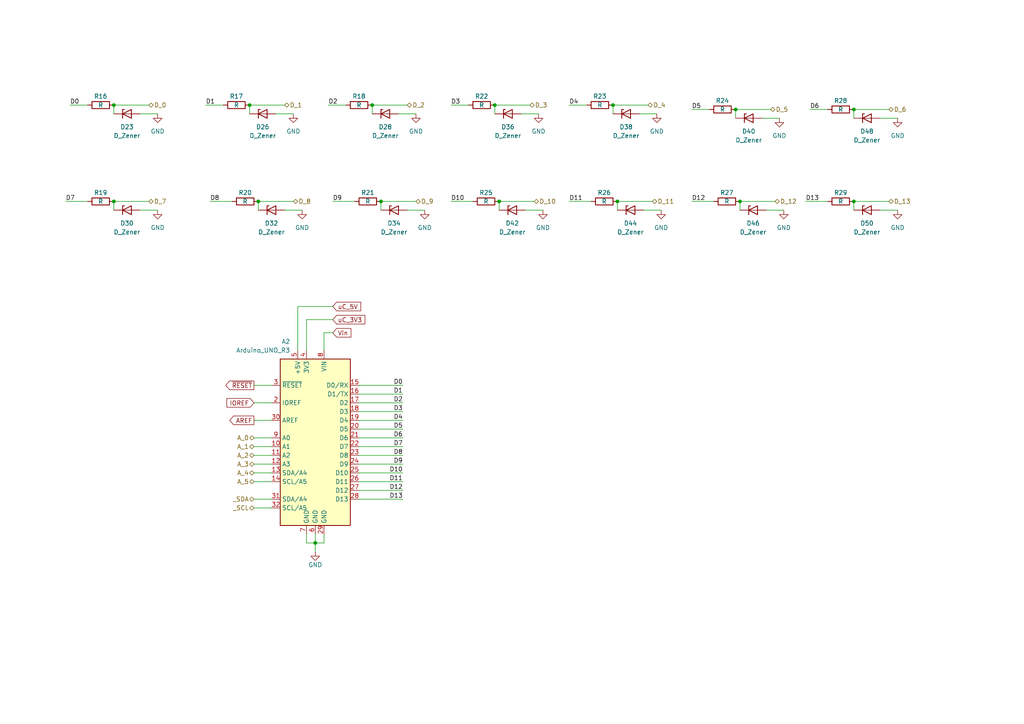
<source format=kicad_sch>
(kicad_sch (version 20230121) (generator eeschema)
  (paper "A4")
  (lib_symbols
    (symbol "Device:D_Zener" (pin_numbers hide) (pin_names (offset 1.016) hide)
      (property "Reference" "D" (at 0 2.54 0))
      (property "Value" "D_Zener" (at 0 -2.54 0))
      (symbol "D_Zener_0_1"
        (polyline (pts (xy 1.27 0) (xy -1.27 0)))
        (polyline (pts (xy -1.27 -1.27) (xy -1.27 1.27) (xy -0.762 1.27)) (stroke (width 0.254)))
        (polyline (pts (xy 1.27 -1.27) (xy 1.27 1.27) (xy -1.27 0) (xy 1.27 -1.27)) (stroke (width 0.254)))
      )
      (symbol "D_Zener_1_1"
        (pin passive line (at -3.81 0 0) (length 2.54) (name "K") (number "1"))
        (pin passive line (at 3.81 0 180) (length 2.54) (name "A") (number "2"))
      )
    )
    (symbol "Device:R" (pin_numbers hide) (pin_names (offset 0))
      (property "Reference" "R" (at 2.032 0 90))
      (property "Value" "R" (at 0 0 90))
      (symbol "R_0_1"
        (rectangle (start -1.016 -2.54) (end 1.016 2.54) (stroke (width 0.254)))
      )
      (symbol "R_1_1"
        (pin passive line (at 0 3.81 270) (length 1.27) (name "~") (number "1"))
        (pin passive line (at 0 -3.81 90) (length 1.27) (name "~") (number "2"))
      )
    )
    (symbol "MCU_Module:Arduino_UNO_R3"
      (property "Reference" "A" (at -10.16 23.495 0))
      (property "Value" "Arduino_UNO_R3" (at 5.08 -26.67 0))
      (symbol "Arduino_UNO_R3_0_1"
        (rectangle (start -10.16 22.86) (end 10.16 -25.4) (stroke (width 0.254)) (fill (type background)))
      )
      (symbol "Arduino_UNO_R3_1_1"
        (pin no_connect line (at -10.16 -20.32 0) (length 2.54) hide (name "NC") (number "1"))
        (pin bidirectional line (at 12.7 -2.54 180) (length 2.54) (name "A1") (number "10"))
        (pin bidirectional line (at 12.7 -5.08 180) (length 2.54) (name "A2") (number "11"))
        (pin bidirectional line (at 12.7 -7.62 180) (length 2.54) (name "A3") (number "12"))
        (pin bidirectional line (at 12.7 -10.16 180) (length 2.54) (name "SDA/A4") (number "13"))
        (pin bidirectional line (at 12.7 -12.7 180) (length 2.54) (name "SCL/A5") (number "14"))
        (pin bidirectional line (at -12.7 15.24 0) (length 2.54) (name "D0/RX") (number "15"))
        (pin bidirectional line (at -12.7 12.7 0) (length 2.54) (name "D1/TX") (number "16"))
        (pin bidirectional line (at -12.7 10.16 0) (length 2.54) (name "D2") (number "17"))
        (pin bidirectional line (at -12.7 7.62 0) (length 2.54) (name "D3") (number "18"))
        (pin bidirectional line (at -12.7 5.08 0) (length 2.54) (name "D4") (number "19"))
        (pin output line (at 12.7 10.16 180) (length 2.54) (name "IOREF") (number "2"))
        (pin bidirectional line (at -12.7 2.54 0) (length 2.54) (name "D5") (number "20"))
        (pin bidirectional line (at -12.7 0 0) (length 2.54) (name "D6") (number "21"))
        (pin bidirectional line (at -12.7 -2.54 0) (length 2.54) (name "D7") (number "22"))
        (pin bidirectional line (at -12.7 -5.08 0) (length 2.54) (name "D8") (number "23"))
        (pin bidirectional line (at -12.7 -7.62 0) (length 2.54) (name "D9") (number "24"))
        (pin bidirectional line (at -12.7 -10.16 0) (length 2.54) (name "D10") (number "25"))
        (pin bidirectional line (at -12.7 -12.7 0) (length 2.54) (name "D11") (number "26"))
        (pin bidirectional line (at -12.7 -15.24 0) (length 2.54) (name "D12") (number "27"))
        (pin bidirectional line (at -12.7 -17.78 0) (length 2.54) (name "D13") (number "28"))
        (pin power_in line (at -2.54 -27.94 90) (length 2.54) (name "GND") (number "29"))
        (pin input line (at 12.7 15.24 180) (length 2.54) (name "~{RESET}") (number "3"))
        (pin input line (at 12.7 5.08 180) (length 2.54) (name "AREF") (number "30"))
        (pin bidirectional line (at 12.7 -17.78 180) (length 2.54) (name "SDA/A4") (number "31"))
        (pin bidirectional line (at 12.7 -20.32 180) (length 2.54) (name "SCL/A5") (number "32"))
        (pin power_out line (at 2.54 25.4 270) (length 2.54) (name "3V3") (number "4"))
        (pin power_out line (at 5.08 25.4 270) (length 2.54) (name "+5V") (number "5"))
        (pin power_in line (at 0 -27.94 90) (length 2.54) (name "GND") (number "6"))
        (pin power_in line (at 2.54 -27.94 90) (length 2.54) (name "GND") (number "7"))
        (pin power_in line (at -2.54 25.4 270) (length 2.54) (name "VIN") (number "8"))
        (pin bidirectional line (at 12.7 0 180) (length 2.54) (name "A0") (number "9"))
      )
    )
    (symbol "power:GND" (power) (pin_names (offset 0))
      (property "Value" "GND" (at 0 -3.81 0))
      (symbol "GND_0_1"
        (polyline (pts (xy 0 0) (xy 0 -1.27) (xy 1.27 -1.27) (xy 0 -2.54) (xy -1.27 -1.27) (xy 0 -1.27)))
      )
      (symbol "GND_1_1"
        (pin power_in line (at 0 0 270) (length 0) hide (name "GND") (number "1"))
      )
    )
  )
  (junction (at 72.39 30.48))
  (junction (at 33.02 30.48))
  (junction (at 91.44 157.48))
  (junction (at 110.49 58.42))
  (junction (at 144.78 58.42))
  (junction (at 177.8 30.48))
  (junction (at 74.93 58.42))
  (junction (at 33.02 58.42))
  (junction (at 214.63 58.42))
  (junction (at 143.51 30.48))
  (junction (at 247.65 58.42))
  (junction (at 213.36 31.75))
  (junction (at 247.65 31.75))
  (junction (at 179.07 58.42))
  (junction (at 107.95 30.48))
  (wire (pts (xy 226.06 34.29) (xy 220.98 34.29)))
  (wire (pts (xy 110.49 58.42) (xy 120.65 58.42)))
  (wire (pts (xy 234.95 31.75) (xy 240.03 31.75)))
  (wire (pts (xy 19.05 58.42) (xy 25.4 58.42)))
  (wire (pts (xy 247.65 31.75) (xy 257.81 31.75)))
  (wire (pts (xy 104.14 121.92) (xy 116.84 121.92)))
  (wire (pts (xy 177.8 30.48) (xy 187.96 30.48)))
  (wire (pts (xy 213.36 31.75) (xy 223.52 31.75)))
  (wire (pts (xy 33.02 58.42) (xy 43.18 58.42)))
  (wire (pts (xy 213.36 31.75) (xy 213.36 34.29)))
  (wire (pts (xy 96.52 92.71) (xy 88.9 92.71)))
  (wire (pts (xy 73.66 132.08) (xy 78.74 132.08)))
  (wire (pts (xy 73.66 127) (xy 78.74 127)))
  (wire (pts (xy 33.02 58.42) (xy 33.02 60.96)))
  (wire (pts (xy 74.93 58.42) (xy 74.93 60.96)))
  (wire (pts (xy 247.65 58.42) (xy 247.65 60.96)))
  (wire (pts (xy 107.95 30.48) (xy 118.11 30.48)))
  (wire (pts (xy 104.14 129.54) (xy 116.84 129.54)))
  (wire (pts (xy 156.21 33.02) (xy 151.13 33.02)))
  (wire (pts (xy 104.14 139.7) (xy 116.84 139.7)))
  (wire (pts (xy 104.14 111.76) (xy 116.84 111.76)))
  (wire (pts (xy 214.63 58.42) (xy 224.79 58.42)))
  (wire (pts (xy 73.66 116.84) (xy 78.74 116.84)))
  (wire (pts (xy 157.48 60.96) (xy 152.4 60.96)))
  (wire (pts (xy 73.66 147.32) (xy 78.74 147.32)))
  (wire (pts (xy 73.66 129.54) (xy 78.74 129.54)))
  (wire (pts (xy 73.66 139.7) (xy 78.74 139.7)))
  (wire (pts (xy 104.14 116.84) (xy 116.84 116.84)))
  (wire (pts (xy 144.78 58.42) (xy 144.78 60.96)))
  (wire (pts (xy 45.72 33.02) (xy 40.64 33.02)))
  (wire (pts (xy 247.65 58.42) (xy 257.81 58.42)))
  (wire (pts (xy 191.77 60.96) (xy 186.69 60.96)))
  (wire (pts (xy 227.33 60.96) (xy 222.25 60.96)))
  (wire (pts (xy 93.98 157.48) (xy 91.44 157.48)))
  (wire (pts (xy 93.98 154.94) (xy 93.98 157.48)))
  (wire (pts (xy 179.07 58.42) (xy 189.23 58.42)))
  (wire (pts (xy 104.14 119.38) (xy 116.84 119.38)))
  (wire (pts (xy 104.14 137.16) (xy 116.84 137.16)))
  (wire (pts (xy 96.52 88.9) (xy 86.36 88.9)))
  (wire (pts (xy 86.36 88.9) (xy 86.36 101.6)))
  (wire (pts (xy 104.14 144.78) (xy 116.84 144.78)))
  (wire (pts (xy 104.14 134.62) (xy 116.84 134.62)))
  (wire (pts (xy 60.96 58.42) (xy 67.31 58.42)))
  (wire (pts (xy 96.52 58.42) (xy 102.87 58.42)))
  (wire (pts (xy 143.51 30.48) (xy 143.51 33.02)))
  (wire (pts (xy 130.81 58.42) (xy 137.16 58.42)))
  (wire (pts (xy 33.02 30.48) (xy 43.18 30.48)))
  (wire (pts (xy 104.14 142.24) (xy 116.84 142.24)))
  (wire (pts (xy 214.63 58.42) (xy 214.63 60.96)))
  (wire (pts (xy 260.35 60.96) (xy 255.27 60.96)))
  (wire (pts (xy 190.5 33.02) (xy 185.42 33.02)))
  (wire (pts (xy 144.78 58.42) (xy 154.94 58.42)))
  (wire (pts (xy 20.32 30.48) (xy 25.4 30.48)))
  (wire (pts (xy 130.81 30.48) (xy 135.89 30.48)))
  (wire (pts (xy 73.66 111.76) (xy 78.74 111.76)))
  (wire (pts (xy 73.66 137.16) (xy 78.74 137.16)))
  (wire (pts (xy 260.35 34.29) (xy 255.27 34.29)))
  (wire (pts (xy 72.39 30.48) (xy 72.39 33.02)))
  (wire (pts (xy 104.14 124.46) (xy 116.84 124.46)))
  (wire (pts (xy 96.52 96.52) (xy 93.98 96.52)))
  (wire (pts (xy 74.93 58.42) (xy 85.09 58.42)))
  (wire (pts (xy 45.72 60.96) (xy 40.64 60.96)))
  (wire (pts (xy 73.66 134.62) (xy 78.74 134.62)))
  (wire (pts (xy 110.49 58.42) (xy 110.49 60.96)))
  (wire (pts (xy 88.9 92.71) (xy 88.9 101.6)))
  (wire (pts (xy 91.44 157.48) (xy 91.44 160.02)))
  (wire (pts (xy 88.9 157.48) (xy 91.44 157.48)))
  (wire (pts (xy 87.63 60.96) (xy 82.55 60.96)))
  (wire (pts (xy 247.65 31.75) (xy 247.65 34.29)))
  (wire (pts (xy 88.9 154.94) (xy 88.9 157.48)))
  (wire (pts (xy 33.02 30.48) (xy 33.02 33.02)))
  (wire (pts (xy 120.65 33.02) (xy 115.57 33.02)))
  (wire (pts (xy 72.39 30.48) (xy 82.55 30.48)))
  (wire (pts (xy 165.1 30.48) (xy 170.18 30.48)))
  (wire (pts (xy 233.68 58.42) (xy 240.03 58.42)))
  (wire (pts (xy 73.66 121.92) (xy 78.74 121.92)))
  (wire (pts (xy 143.51 30.48) (xy 153.67 30.48)))
  (wire (pts (xy 200.66 31.75) (xy 205.74 31.75)))
  (wire (pts (xy 165.1 58.42) (xy 171.45 58.42)))
  (wire (pts (xy 177.8 30.48) (xy 177.8 33.02)))
  (wire (pts (xy 59.69 30.48) (xy 64.77 30.48)))
  (wire (pts (xy 179.07 58.42) (xy 179.07 60.96)))
  (wire (pts (xy 104.14 132.08) (xy 116.84 132.08)))
  (wire (pts (xy 91.44 154.94) (xy 91.44 157.48)))
  (wire (pts (xy 107.95 30.48) (xy 107.95 33.02)))
  (wire (pts (xy 73.66 144.78) (xy 78.74 144.78)))
  (wire (pts (xy 95.25 30.48) (xy 100.33 30.48)))
  (wire (pts (xy 200.66 58.42) (xy 207.01 58.42)))
  (wire (pts (xy 85.09 33.02) (xy 80.01 33.02)))
  (wire (pts (xy 93.98 96.52) (xy 93.98 101.6)))
  (wire (pts (xy 104.14 127) (xy 116.84 127)))
  (wire (pts (xy 104.14 114.3) (xy 116.84 114.3)))
  (wire (pts (xy 123.19 60.96) (xy 118.11 60.96)))
  (label "D11" (at 116.84 139.7 180))
  (label "D0" (at 20.32 30.48 0))
  (label "D3" (at 116.84 119.38 180))
  (label "D2" (at 95.25 30.48 0))
  (label "D10" (at 130.81 58.42 0))
  (label "D0" (at 116.84 111.76 180))
  (label "D6" (at 116.84 127 180))
  (label "D13" (at 233.68 58.42 0))
  (label "D8" (at 60.96 58.42 0))
  (label "D13" (at 116.84 144.78 180))
  (label "D7" (at 116.84 129.54 180))
  (label "D4" (at 116.84 121.92 180))
  (label "D9" (at 116.84 134.62 180))
  (label "D3" (at 130.81 30.48 0))
  (label "D5" (at 116.84 124.46 180))
  (label "D10" (at 116.84 137.16 180))
  (label "D12" (at 200.66 58.42 0))
  (label "D4" (at 165.1 30.48 0))
  (label "D6" (at 234.95 31.75 0))
  (label "D1" (at 59.69 30.48 0))
  (label "D9" (at 96.52 58.42 0))
  (label "D5" (at 200.66 31.75 0))
  (label "D2" (at 116.84 116.84 180))
  (label "D8" (at 116.84 132.08 180))
  (label "D7" (at 19.05 58.42 0))
  (label "D12" (at 116.84 142.24 180))
  (label "D11" (at 165.1 58.42 0))
  (label "D1" (at 116.84 114.3 180))
  (global_label "Vin" (shape input) (at 96.52 96.52 0) (property "Intersheetrefs" "${INTERSHEET_REFS}" (effects hide)))
  (global_label "~{RESET}" (shape output) (at 73.66 111.76 180) (property "Intersheetrefs" "${INTERSHEET_REFS}" (effects hide)))
  (global_label "uC_5V" (shape input) (at 96.52 88.9 0) (property "Intersheetrefs" "${INTERSHEET_REFS}" (effects hide)))
  (global_label "IOREF" (shape input) (at 73.66 116.84 180) (property "Intersheetrefs" "${INTERSHEET_REFS}" (effects hide)))
  (global_label "AREF" (shape output) (at 73.66 121.92 180) (property "Intersheetrefs" "${INTERSHEET_REFS}" (effects hide)))
  (global_label "uC_3V3" (shape input) (at 96.52 92.71 0) (property "Intersheetrefs" "${INTERSHEET_REFS}" (effects hide)))
  (hierarchical_label "D_4" (shape bidirectional) (at 187.96 30.48 0))
  (hierarchical_label "D_10" (shape bidirectional) (at 154.94 58.42 0))
  (hierarchical_label "_SDA" (shape bidirectional) (at 73.66 144.78 180))
  (hierarchical_label "D_7" (shape bidirectional) (at 43.18 58.42 0))
  (hierarchical_label "A_5" (shape bidirectional) (at 73.66 139.7 180))
  (hierarchical_label "D_11" (shape bidirectional) (at 189.23 58.42 0))
  (hierarchical_label "D_5" (shape bidirectional) (at 223.52 31.75 0))
  (hierarchical_label "_SCL" (shape bidirectional) (at 73.66 147.32 180))
  (hierarchical_label "D_2" (shape bidirectional) (at 118.11 30.48 0))
  (hierarchical_label "A_0" (shape bidirectional) (at 73.66 127 180))
  (hierarchical_label "D_3" (shape bidirectional) (at 153.67 30.48 0))
  (hierarchical_label "D_8" (shape bidirectional) (at 85.09 58.42 0))
  (hierarchical_label "A_2" (shape bidirectional) (at 73.66 132.08 180))
  (hierarchical_label "D_6" (shape bidirectional) (at 257.81 31.75 0))
  (hierarchical_label "D_12" (shape bidirectional) (at 224.79 58.42 0))
  (hierarchical_label "D_13" (shape bidirectional) (at 257.81 58.42 0))
  (hierarchical_label "A_1" (shape bidirectional) (at 73.66 129.54 180))
  (hierarchical_label "A_3" (shape bidirectional) (at 73.66 134.62 180))
  (hierarchical_label "A_4" (shape bidirectional) (at 73.66 137.16 180))
  (hierarchical_label "D_9" (shape bidirectional) (at 120.65 58.42 0))
  (hierarchical_label "D_0" (shape bidirectional) (at 43.18 30.48 0))
  (hierarchical_label "D_1" (shape bidirectional) (at 82.55 30.48 0))
  (symbol (lib_id "Device:D_Zener") (at 251.46 60.96 0) (unit 1)
    (property "Reference" "D50" (at 251.46 64.77 0))
    (property "Value" "D_Zener" (at 251.46 67.31 0))
    (property "Footprint" "Diode_SMD:D_SOD-123" (effects hide))
  )
  (symbol (lib_id "power:GND") (at 226.06 34.29 0) (unit 1)
    (property "Reference" "#PWR097" (effects hide))
    (property "Value" "GND" (at 226.06 39.37 0))
  )
  (symbol (lib_id "power:GND") (at 191.77 60.96 0) (unit 1)
    (property "Reference" "#PWR0101" (effects hide))
    (property "Value" "GND" (at 191.77 66.04 0))
  )
  (symbol (lib_id "Device:D_Zener") (at 182.88 60.96 0) (unit 1)
    (property "Reference" "D44" (at 182.88 64.77 0))
    (property "Value" "D_Zener" (at 182.88 67.31 0))
    (property "Footprint" "Diode_SMD:D_SOD-123" (effects hide))
  )
  (symbol (lib_id "Device:R") (at 210.82 58.42 90) (unit 1)
    (property "Reference" "R27" (at 210.82 55.88 90))
    (property "Value" "R" (at 210.82 58.42 90))
    (property "Footprint" "Resistor_SMD:R_0805_2012Metric" (effects hide))
  )
  (symbol (lib_id "power:GND") (at 45.72 33.02 0) (unit 1)
    (property "Reference" "#PWR080" (effects hide))
    (property "Value" "GND" (at 45.72 38.1 0))
  )
  (symbol (lib_id "Device:R") (at 173.99 30.48 90) (unit 1)
    (property "Reference" "R23" (at 173.99 27.94 90))
    (property "Value" "R" (at 173.99 30.48 90))
    (property "Footprint" "Resistor_SMD:R_0805_2012Metric" (effects hide))
  )
  (symbol (lib_id "Device:R") (at 175.26 58.42 90) (unit 1)
    (property "Reference" "R26" (at 175.26 55.88 90))
    (property "Value" "R" (at 175.26 58.42 90))
    (property "Footprint" "Resistor_SMD:R_0805_2012Metric" (effects hide))
  )
  (symbol (lib_id "Device:R") (at 243.84 31.75 90) (unit 1)
    (property "Reference" "R28" (at 243.84 29.21 90))
    (property "Value" "R" (at 243.84 31.75 90))
    (property "Footprint" "Resistor_SMD:R_0805_2012Metric" (effects hide))
  )
  (symbol (lib_id "power:GND") (at 260.35 34.29 0) (unit 1)
    (property "Reference" "#PWR0105" (effects hide))
    (property "Value" "GND" (at 260.35 39.37 0))
  )
  (symbol (lib_id "power:GND") (at 227.33 60.96 0) (unit 1)
    (property "Reference" "#PWR0103" (effects hide))
    (property "Value" "GND" (at 227.33 66.04 0))
  )
  (symbol (lib_id "Device:R") (at 139.7 30.48 90) (unit 1)
    (property "Reference" "R22" (at 139.7 27.94 90))
    (property "Value" "R" (at 139.7 30.48 90))
    (property "Footprint" "Resistor_SMD:R_0805_2012Metric" (effects hide))
  )
  (symbol (lib_id "Device:R") (at 104.14 30.48 90) (unit 1)
    (property "Reference" "R18" (at 104.14 27.94 90))
    (property "Value" "R" (at 104.14 30.48 90))
    (property "Footprint" "Resistor_SMD:R_0805_2012Metric" (effects hide))
  )
  (symbol (lib_id "power:GND") (at 260.35 60.96 0) (unit 1)
    (property "Reference" "#PWR0107" (effects hide))
    (property "Value" "GND" (at 260.35 66.04 0))
  )
  (symbol (lib_id "Device:R") (at 29.21 30.48 90) (unit 1)
    (property "Reference" "R16" (at 29.21 27.94 90))
    (property "Value" "R" (at 29.21 30.48 90))
    (property "Footprint" "Resistor_SMD:R_0805_2012Metric" (effects hide))
  )
  (symbol (lib_id "Device:R") (at 140.97 58.42 90) (unit 1)
    (property "Reference" "R25" (at 140.97 55.88 90))
    (property "Value" "R" (at 140.97 58.42 90))
    (property "Footprint" "Resistor_SMD:R_0805_2012Metric" (effects hide))
  )
  (symbol (lib_id "Device:R") (at 71.12 58.42 90) (unit 1)
    (property "Reference" "R20" (at 71.12 55.88 90))
    (property "Value" "R" (at 71.12 58.42 90))
    (property "Footprint" "Resistor_SMD:R_0805_2012Metric" (effects hide))
  )
  (symbol (lib_id "power:GND") (at 157.48 60.96 0) (unit 1)
    (property "Reference" "#PWR099" (effects hide))
    (property "Value" "GND" (at 157.48 66.04 0))
  )
  (symbol (lib_id "power:GND") (at 91.44 160.02 0) (unit 1)
    (property "Reference" "#PWR0126" (effects hide))
    (property "Value" "GND" (at 91.44 163.83 0))
  )
  (symbol (lib_id "power:GND") (at 156.21 33.02 0) (unit 1)
    (property "Reference" "#PWR093" (effects hide))
    (property "Value" "GND" (at 156.21 38.1 0))
  )
  (symbol (lib_id "Device:D_Zener") (at 111.76 33.02 0) (unit 1)
    (property "Reference" "D28" (at 111.76 36.83 0))
    (property "Value" "D_Zener" (at 111.76 39.37 0))
    (property "Footprint" "Diode_SMD:D_SOD-123" (effects hide))
  )
  (symbol (lib_id "Device:D_Zener") (at 181.61 33.02 0) (unit 1)
    (property "Reference" "D38" (at 181.61 36.83 0))
    (property "Value" "D_Zener" (at 181.61 39.37 0))
    (property "Footprint" "Diode_SMD:D_SOD-123" (effects hide))
  )
  (symbol (lib_id "Device:D_Zener") (at 76.2 33.02 0) (unit 1)
    (property "Reference" "D26" (at 76.2 36.83 0))
    (property "Value" "D_Zener" (at 76.2 39.37 0))
    (property "Footprint" "Diode_SMD:D_SOD-123" (effects hide))
  )
  (symbol (lib_id "Device:R") (at 29.21 58.42 90) (unit 1)
    (property "Reference" "R19" (at 29.21 55.88 90))
    (property "Value" "R" (at 29.21 58.42 90))
    (property "Footprint" "Resistor_SMD:R_0805_2012Metric" (effects hide))
  )
  (symbol (lib_id "Device:R") (at 106.68 58.42 90) (unit 1)
    (property "Reference" "R21" (at 106.68 55.88 90))
    (property "Value" "R" (at 106.68 58.42 90))
    (property "Footprint" "Resistor_SMD:R_0805_2012Metric" (effects hide))
  )
  (symbol (lib_id "Device:R") (at 68.58 30.48 90) (unit 1)
    (property "Reference" "R17" (at 68.58 27.94 90))
    (property "Value" "R" (at 68.58 30.48 90))
    (property "Footprint" "Resistor_SMD:R_0805_2012Metric" (effects hide))
  )
  (symbol (lib_id "power:GND") (at 45.72 60.96 0) (unit 1)
    (property "Reference" "#PWR087" (effects hide))
    (property "Value" "GND" (at 45.72 66.04 0))
  )
  (symbol (lib_id "Device:D_Zener") (at 36.83 33.02 0) (unit 1)
    (property "Reference" "D23" (at 36.83 36.83 0))
    (property "Value" "D_Zener" (at 36.83 39.37 0))
    (property "Footprint" "Diode_SMD:D_SOD-123" (effects hide))
  )
  (symbol (lib_id "Device:D_Zener") (at 218.44 60.96 0) (unit 1)
    (property "Reference" "D46" (at 218.44 64.77 0))
    (property "Value" "D_Zener" (at 218.44 67.31 0))
    (property "Footprint" "Diode_SMD:D_SOD-123" (effects hide))
  )
  (symbol (lib_id "Device:D_Zener") (at 78.74 60.96 0) (unit 1)
    (property "Reference" "D32" (at 78.74 64.77 0))
    (property "Value" "D_Zener" (at 78.74 67.31 0))
    (property "Footprint" "Diode_SMD:D_SOD-123" (effects hide))
  )
  (symbol (lib_id "Device:R") (at 243.84 58.42 90) (unit 1)
    (property "Reference" "R29" (at 243.84 55.88 90))
    (property "Value" "R" (at 243.84 58.42 90))
    (property "Footprint" "Resistor_SMD:R_0805_2012Metric" (effects hide))
  )
  (symbol (lib_id "Device:D_Zener") (at 217.17 34.29 0) (unit 1)
    (property "Reference" "D40" (at 217.17 38.1 0))
    (property "Value" "D_Zener" (at 217.17 40.64 0))
    (property "Footprint" "Diode_SMD:D_SOD-123" (effects hide))
  )
  (symbol (lib_id "power:GND") (at 120.65 33.02 0) (unit 1)
    (property "Reference" "#PWR085" (effects hide))
    (property "Value" "GND" (at 120.65 38.1 0))
  )
  (symbol (lib_id "Device:R") (at 209.55 31.75 90) (unit 1)
    (property "Reference" "R24" (at 209.55 29.21 90))
    (property "Value" "R" (at 209.55 31.75 90))
    (property "Footprint" "Resistor_SMD:R_0805_2012Metric" (effects hide))
  )
  (symbol (lib_id "power:GND") (at 190.5 33.02 0) (unit 1)
    (property "Reference" "#PWR095" (effects hide))
    (property "Value" "GND" (at 190.5 38.1 0))
  )
  (symbol (lib_id "power:GND") (at 123.19 60.96 0) (unit 1)
    (property "Reference" "#PWR091" (effects hide))
    (property "Value" "GND" (at 123.19 66.04 0))
  )
  (symbol (lib_id "Device:D_Zener") (at 114.3 60.96 0) (unit 1)
    (property "Reference" "D34" (at 114.3 64.77 0))
    (property "Value" "D_Zener" (at 114.3 67.31 0))
    (property "Footprint" "Diode_SMD:D_SOD-123" (effects hide))
  )
  (symbol (lib_id "Device:D_Zener") (at 147.32 33.02 0) (unit 1)
    (property "Reference" "D36" (at 147.32 36.83 0))
    (property "Value" "D_Zener" (at 147.32 39.37 0))
    (property "Footprint" "Diode_SMD:D_SOD-123" (effects hide))
  )
  (symbol (lib_id "Device:D_Zener") (at 251.46 34.29 0) (unit 1)
    (property "Reference" "D48" (at 251.46 38.1 0))
    (property "Value" "D_Zener" (at 251.46 40.64 0))
    (property "Footprint" "Diode_SMD:D_SOD-123" (effects hide))
  )
  (symbol (lib_id "power:GND") (at 87.63 60.96 0) (unit 1)
    (property "Reference" "#PWR089" (effects hide))
    (property "Value" "GND" (at 87.63 66.04 0))
  )
  (symbol (lib_id "power:GND") (at 85.09 33.02 0) (unit 1)
    (property "Reference" "#PWR083" (effects hide))
    (property "Value" "GND" (at 85.09 38.1 0))
  )
  (symbol (lib_id "MCU_Module:Arduino_UNO_R3") (at 91.44 127 0) (mirror y) (unit 1)
    (property "Reference" "A2" (at 84.1659 99.06 0) (effects (justify left)))
    (property "Value" "Arduino_UNO_R3" (at 84.1659 101.6 0) (effects (justify left)))
    (property "Footprint" "Module:Arduino_UNO_R3" (effects hide))
    (property "Datasheet" "https://www.arduino.cc/en/Main/arduinoBoardUno" (effects hide))
  )
  (symbol (lib_id "Device:D_Zener") (at 148.59 60.96 0) (unit 1)
    (property "Reference" "D42" (at 148.59 64.77 0))
    (property "Value" "D_Zener" (at 148.59 67.31 0))
    (property "Footprint" "Diode_SMD:D_SOD-123" (effects hide))
  )
  (symbol (lib_id "Device:D_Zener") (at 36.83 60.96 0) (unit 1)
    (property "Reference" "D30" (at 36.83 64.77 0))
    (property "Value" "D_Zener" (at 36.83 67.31 0))
    (property "Footprint" "Diode_SMD:D_SOD-123" (effects hide))
  )
)
</source>
